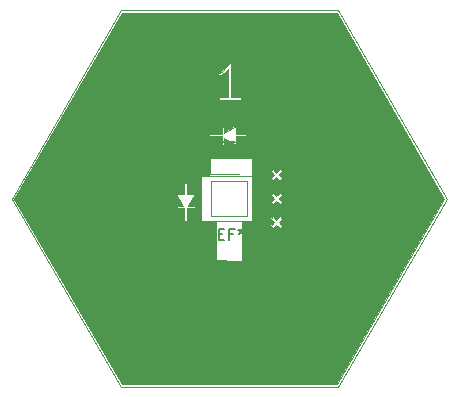
<source format=gbr>
%TF.GenerationSoftware,KiCad,Pcbnew,(6.0.8-1)-1*%
%TF.CreationDate,2022-11-15T12:33:47-05:00*%
%TF.ProjectId,Untitled,556e7469-746c-4656-942e-6b696361645f,rev?*%
%TF.SameCoordinates,Original*%
%TF.FileFunction,Legend,Top*%
%TF.FilePolarity,Positive*%
%FSLAX46Y46*%
G04 Gerber Fmt 4.6, Leading zero omitted, Abs format (unit mm)*
G04 Created by KiCad (PCBNEW (6.0.8-1)-1) date 2022-11-15 12:33:47*
%MOMM*%
%LPD*%
G01*
G04 APERTURE LIST*
%ADD10C,0.050000*%
%ADD11C,0.150000*%
%ADD12C,0.080000*%
%ADD13C,0.120000*%
G04 APERTURE END LIST*
D10*
G36*
X105650000Y-45960000D02*
G01*
X105650000Y-49750000D01*
X105900000Y-50000000D01*
X101300000Y-50000000D01*
X101300000Y-49500000D01*
X102850000Y-49500000D01*
X102850000Y-49700000D01*
X104750000Y-49700000D01*
X104750000Y-49450000D01*
X103900000Y-49450000D01*
X103900000Y-46500000D01*
X103700000Y-46500000D01*
X103600000Y-46700000D01*
X103425000Y-46975000D01*
X103175000Y-47225000D01*
X102800000Y-47425000D01*
X102875000Y-47600000D01*
X103275000Y-47400000D01*
X103575000Y-47100000D01*
X103650000Y-47000000D01*
X103650000Y-49450000D01*
X101300000Y-49450000D01*
X101315000Y-45910000D01*
X105650000Y-45960000D01*
G37*
X105650000Y-45960000D02*
X105650000Y-49750000D01*
X105900000Y-50000000D01*
X101300000Y-50000000D01*
X101300000Y-49500000D01*
X102850000Y-49500000D01*
X102850000Y-49700000D01*
X104750000Y-49700000D01*
X104750000Y-49450000D01*
X103900000Y-49450000D01*
X103900000Y-46500000D01*
X103700000Y-46500000D01*
X103600000Y-46700000D01*
X103425000Y-46975000D01*
X103175000Y-47225000D01*
X102800000Y-47425000D01*
X102875000Y-47600000D01*
X103275000Y-47400000D01*
X103575000Y-47100000D01*
X103650000Y-47000000D01*
X103650000Y-49450000D01*
X101300000Y-49450000D01*
X101315000Y-45910000D01*
X105650000Y-45960000D01*
D11*
%TO.C,REF\u002A\u002A*%
X102406666Y-54222380D02*
X102073333Y-53746190D01*
X101835238Y-54222380D02*
X101835238Y-53222380D01*
X102216190Y-53222380D01*
X102311428Y-53270000D01*
X102359047Y-53317619D01*
X102406666Y-53412857D01*
X102406666Y-53555714D01*
X102359047Y-53650952D01*
X102311428Y-53698571D01*
X102216190Y-53746190D01*
X101835238Y-53746190D01*
X102835238Y-53698571D02*
X103168571Y-53698571D01*
X103311428Y-54222380D02*
X102835238Y-54222380D01*
X102835238Y-53222380D01*
X103311428Y-53222380D01*
X104073333Y-53698571D02*
X103740000Y-53698571D01*
X103740000Y-54222380D02*
X103740000Y-53222380D01*
X104216190Y-53222380D01*
X104740000Y-53222380D02*
X104740000Y-53460476D01*
X104501904Y-53365238D02*
X104740000Y-53460476D01*
X104978095Y-53365238D01*
X104597142Y-53650952D02*
X104740000Y-53460476D01*
X104882857Y-53650952D01*
X105501904Y-53222380D02*
X105501904Y-53460476D01*
X105263809Y-53365238D02*
X105501904Y-53460476D01*
X105740000Y-53365238D01*
X105359047Y-53650952D02*
X105501904Y-53460476D01*
X105644761Y-53650952D01*
%TO.C,*%
%TO.C,REF\u002A\u002A*%
X102406666Y-61552380D02*
X102073333Y-61076190D01*
X101835238Y-61552380D02*
X101835238Y-60552380D01*
X102216190Y-60552380D01*
X102311428Y-60600000D01*
X102359047Y-60647619D01*
X102406666Y-60742857D01*
X102406666Y-60885714D01*
X102359047Y-60980952D01*
X102311428Y-61028571D01*
X102216190Y-61076190D01*
X101835238Y-61076190D01*
X102835238Y-61028571D02*
X103168571Y-61028571D01*
X103311428Y-61552380D02*
X102835238Y-61552380D01*
X102835238Y-60552380D01*
X103311428Y-60552380D01*
X104073333Y-61028571D02*
X103740000Y-61028571D01*
X103740000Y-61552380D02*
X103740000Y-60552380D01*
X104216190Y-60552380D01*
X104740000Y-60552380D02*
X104740000Y-60790476D01*
X104501904Y-60695238D02*
X104740000Y-60790476D01*
X104978095Y-60695238D01*
X104597142Y-60980952D02*
X104740000Y-60790476D01*
X104882857Y-60980952D01*
X105501904Y-60552380D02*
X105501904Y-60790476D01*
X105263809Y-60695238D02*
X105501904Y-60790476D01*
X105740000Y-60695238D01*
X105359047Y-60980952D02*
X105501904Y-60790476D01*
X105644761Y-60980952D01*
%TO.C,*%
%TO.C,REF\u002A\u002A*%
G36*
X106300000Y-52725000D02*
G01*
X105200000Y-52700000D01*
X105200000Y-52550000D01*
X104300000Y-52550000D01*
X104300000Y-51850000D01*
X103300000Y-52450000D01*
X103300000Y-51950000D01*
X103100000Y-51950000D01*
X103100000Y-52550000D01*
X102000000Y-52550000D01*
X102000000Y-52750000D01*
X103100000Y-52750000D01*
X103100000Y-53450000D01*
X103300000Y-53450000D01*
X103300000Y-52850000D01*
X104300000Y-53450000D01*
X104300000Y-52750000D01*
X106300000Y-52750000D01*
X106300000Y-54550000D01*
X101900000Y-54550000D01*
X101900000Y-50650000D01*
X106300000Y-50650000D01*
X106300000Y-52725000D01*
G37*
D12*
X106300000Y-52725000D02*
X105200000Y-52700000D01*
X105200000Y-52550000D01*
X104300000Y-52550000D01*
X104300000Y-51850000D01*
X103300000Y-52450000D01*
X103300000Y-51950000D01*
X103100000Y-51950000D01*
X103100000Y-52550000D01*
X102000000Y-52550000D01*
X102000000Y-52750000D01*
X103100000Y-52750000D01*
X103100000Y-53450000D01*
X103300000Y-53450000D01*
X103300000Y-52850000D01*
X104300000Y-53450000D01*
X104300000Y-52750000D01*
X106300000Y-52750000D01*
X106300000Y-54550000D01*
X101900000Y-54550000D01*
X101900000Y-50650000D01*
X106300000Y-50650000D01*
X106300000Y-52725000D01*
D13*
X102080000Y-54465000D02*
X102080000Y-55935000D01*
X104540000Y-54465000D02*
X102080000Y-54465000D01*
X102080000Y-55935000D02*
X104540000Y-55935000D01*
X85320000Y-58010000D02*
X94540000Y-42070000D01*
X112940000Y-73950000D02*
X122160000Y-58010000D01*
X105665000Y-56085000D02*
X101315000Y-56085000D01*
X101315000Y-59935000D02*
X101315000Y-56085000D01*
X101315000Y-59935000D02*
X105665000Y-59935000D01*
X122160000Y-58010000D02*
X112940000Y-42070000D01*
X105665000Y-56085000D02*
X105665000Y-59935000D01*
X94540000Y-42070000D02*
X112940000Y-42070000D01*
X94540000Y-73950000D02*
X85320000Y-58010000D01*
X94540000Y-73950000D02*
X112940000Y-73950000D01*
X102240000Y-56510000D02*
X105240000Y-56510000D01*
X105240000Y-56510000D02*
X105240000Y-59510000D01*
X105240000Y-59510000D02*
X102240000Y-59510000D01*
X102240000Y-59510000D02*
X102240000Y-56510000D01*
X108340000Y-50710000D02*
X105690000Y-50710000D01*
X105690000Y-50710000D02*
X105690000Y-55410000D01*
X105690000Y-55410000D02*
X108340000Y-55410000D01*
X108340000Y-55410000D02*
X108340000Y-50710000D01*
G36*
X108340000Y-50710000D02*
G01*
X105690000Y-50710000D01*
X105690000Y-55410000D01*
X108340000Y-55410000D01*
X108340000Y-50710000D01*
G37*
X108340000Y-58610000D02*
X107115000Y-58610000D01*
X107115000Y-58610000D02*
X107115000Y-59410000D01*
X107115000Y-59410000D02*
X108340000Y-59410000D01*
X108340000Y-59410000D02*
X108340000Y-58610000D01*
G36*
X108340000Y-58610000D02*
G01*
X107115000Y-58610000D01*
X107115000Y-59410000D01*
X108340000Y-59410000D01*
X108340000Y-58610000D01*
G37*
X104840000Y-60010000D02*
X105690000Y-60010000D01*
X105690000Y-60010000D02*
X105690000Y-60585000D01*
X105690000Y-60585000D02*
X104840000Y-60585000D01*
X104840000Y-60585000D02*
X104840000Y-60010000D01*
G36*
X104840000Y-60010000D02*
G01*
X105690000Y-60010000D01*
X105690000Y-60585000D01*
X104840000Y-60585000D01*
X104840000Y-60010000D01*
G37*
X102040000Y-56010000D02*
X101315000Y-56010000D01*
X101315000Y-56010000D02*
X101315000Y-50710000D01*
X101315000Y-50710000D02*
X102040000Y-50710000D01*
X102040000Y-50710000D02*
X102040000Y-56010000D01*
G36*
X102040000Y-56010000D02*
G01*
X101315000Y-56010000D01*
X101315000Y-50710000D01*
X102040000Y-50710000D01*
X102040000Y-56010000D01*
G37*
X107115000Y-60585000D02*
X105690000Y-60585000D01*
X105690000Y-60585000D02*
X105690000Y-55410000D01*
X105690000Y-55410000D02*
X107115000Y-55410000D01*
X107115000Y-55410000D02*
X107115000Y-60585000D01*
G36*
X107115000Y-60585000D02*
G01*
X105690000Y-60585000D01*
X105690000Y-55410000D01*
X107115000Y-55410000D01*
X107115000Y-60585000D01*
G37*
X104840000Y-63535000D02*
X108340000Y-63535000D01*
X108340000Y-63535000D02*
X108340000Y-60585000D01*
X108340000Y-60585000D02*
X104840000Y-60585000D01*
X104840000Y-60585000D02*
X104840000Y-63535000D01*
G36*
X104840000Y-63535000D02*
G01*
X108340000Y-63535000D01*
X108340000Y-60585000D01*
X104840000Y-60585000D01*
X104840000Y-63535000D01*
G37*
X98765000Y-59985000D02*
X102640000Y-59985000D01*
X102640000Y-59985000D02*
X102640000Y-63335000D01*
X102640000Y-63335000D02*
X98765000Y-63335000D01*
X98765000Y-63335000D02*
X98765000Y-59985000D01*
G36*
X98765000Y-59985000D02*
G01*
X102640000Y-59985000D01*
X102640000Y-63335000D01*
X98765000Y-63335000D01*
X98765000Y-59985000D01*
G37*
X101315000Y-49910000D02*
X108340000Y-49910000D01*
X108340000Y-49910000D02*
X108340000Y-50710000D01*
X108340000Y-50710000D02*
X101315000Y-50710000D01*
X101315000Y-50710000D02*
X101315000Y-49910000D01*
G36*
X101315000Y-49910000D02*
G01*
X108340000Y-49910000D01*
X108340000Y-50710000D01*
X101315000Y-50710000D01*
X101315000Y-49910000D01*
G37*
X101315000Y-56085000D02*
X98740000Y-56085000D01*
X98740000Y-56085000D02*
X98740000Y-45910000D01*
X98740000Y-45910000D02*
X101315000Y-45910000D01*
X101315000Y-45910000D02*
X101315000Y-56085000D01*
G36*
X101315000Y-56085000D02*
G01*
X98740000Y-56085000D01*
X98740000Y-45910000D01*
X101315000Y-45910000D01*
X101315000Y-56085000D01*
G37*
X108340000Y-57385000D02*
X107115000Y-57385000D01*
X107115000Y-57385000D02*
X107115000Y-56610000D01*
X107115000Y-56610000D02*
X108340000Y-56610000D01*
X108340000Y-56610000D02*
X108340000Y-57385000D01*
G36*
X108340000Y-57385000D02*
G01*
X107115000Y-57385000D01*
X107115000Y-56610000D01*
X108340000Y-56610000D01*
X108340000Y-57385000D01*
G37*
G36*
X103640000Y-45910000D02*
G01*
X98740000Y-46110000D01*
X98765000Y-63210000D01*
X108340000Y-63310000D01*
X108340000Y-49910000D01*
X105640000Y-49885000D01*
X105640000Y-45910000D01*
X103740000Y-45910000D01*
X103740000Y-42310000D01*
X112840000Y-42310000D01*
X121940000Y-58010000D01*
X112840000Y-73710000D01*
X94640000Y-73710000D01*
X85540000Y-58010000D01*
X94640000Y-42310000D01*
X103640000Y-42310000D01*
X103640000Y-45910000D01*
G37*
X103640000Y-45910000D02*
X98740000Y-46110000D01*
X98765000Y-63210000D01*
X108340000Y-63310000D01*
X108340000Y-49910000D01*
X105640000Y-49885000D01*
X105640000Y-45910000D01*
X103740000Y-45910000D01*
X103740000Y-42310000D01*
X112840000Y-42310000D01*
X121940000Y-58010000D01*
X112840000Y-73710000D01*
X94640000Y-73710000D01*
X85540000Y-58010000D01*
X94640000Y-42310000D01*
X103640000Y-42310000D01*
X103640000Y-45910000D01*
G36*
X108340000Y-56610000D02*
G01*
X107440000Y-56610000D01*
X107440000Y-56510000D01*
X107740000Y-56210000D01*
X108040000Y-56510000D01*
X108240000Y-56310000D01*
X107940000Y-56010000D01*
X108240000Y-55710000D01*
X108040000Y-55510000D01*
X107740000Y-55810000D01*
X107440000Y-55510000D01*
X107240000Y-55710000D01*
X107540000Y-56010000D01*
X107240000Y-56310000D01*
X107390000Y-56460000D01*
X107415000Y-56610000D01*
X107140000Y-56610000D01*
X107140000Y-55410000D01*
X108340000Y-55410000D01*
X108340000Y-56610000D01*
G37*
X108340000Y-56610000D02*
X107440000Y-56610000D01*
X107440000Y-56510000D01*
X107740000Y-56210000D01*
X108040000Y-56510000D01*
X108240000Y-56310000D01*
X107940000Y-56010000D01*
X108240000Y-55710000D01*
X108040000Y-55510000D01*
X107740000Y-55810000D01*
X107440000Y-55510000D01*
X107240000Y-55710000D01*
X107540000Y-56010000D01*
X107240000Y-56310000D01*
X107390000Y-56460000D01*
X107415000Y-56610000D01*
X107140000Y-56610000D01*
X107140000Y-55410000D01*
X108340000Y-55410000D01*
X108340000Y-56610000D01*
G36*
X101315000Y-60010000D02*
G01*
X98740000Y-60010000D01*
X98740000Y-56110000D01*
X100090000Y-56110000D01*
X100090000Y-56710000D01*
X99940000Y-56710000D01*
X99940000Y-57610000D01*
X99240000Y-57610000D01*
X99840000Y-58610000D01*
X99340000Y-58610000D01*
X99340000Y-58810000D01*
X99940000Y-58810000D01*
X99940000Y-59910000D01*
X100140000Y-59910000D01*
X100140000Y-58810000D01*
X100840000Y-58810000D01*
X100840000Y-58610000D01*
X100240000Y-58610000D01*
X100840000Y-57610000D01*
X100140000Y-57610000D01*
X100140000Y-56085000D01*
X101315000Y-56085000D01*
X101315000Y-60010000D01*
G37*
D12*
X101315000Y-60010000D02*
X98740000Y-60010000D01*
X98740000Y-56110000D01*
X100090000Y-56110000D01*
X100090000Y-56710000D01*
X99940000Y-56710000D01*
X99940000Y-57610000D01*
X99240000Y-57610000D01*
X99840000Y-58610000D01*
X99340000Y-58610000D01*
X99340000Y-58810000D01*
X99940000Y-58810000D01*
X99940000Y-59910000D01*
X100140000Y-59910000D01*
X100140000Y-58810000D01*
X100840000Y-58810000D01*
X100840000Y-58610000D01*
X100240000Y-58610000D01*
X100840000Y-57610000D01*
X100140000Y-57610000D01*
X100140000Y-56085000D01*
X101315000Y-56085000D01*
X101315000Y-60010000D01*
G36*
X108340000Y-58610000D02*
G01*
X107440000Y-58610000D01*
X107440000Y-58510000D01*
X107740000Y-58210000D01*
X108040000Y-58510000D01*
X108240000Y-58310000D01*
X107940000Y-58010000D01*
X108240000Y-57710000D01*
X108040000Y-57510000D01*
X107740000Y-57810000D01*
X107440000Y-57510000D01*
X107240000Y-57710000D01*
X107540000Y-58010000D01*
X107240000Y-58310000D01*
X107390000Y-58460000D01*
X107415000Y-58610000D01*
X107140000Y-58610000D01*
X107140000Y-57410000D01*
X108340000Y-57410000D01*
X108340000Y-58610000D01*
G37*
D13*
X108340000Y-58610000D02*
X107440000Y-58610000D01*
X107440000Y-58510000D01*
X107740000Y-58210000D01*
X108040000Y-58510000D01*
X108240000Y-58310000D01*
X107940000Y-58010000D01*
X108240000Y-57710000D01*
X108040000Y-57510000D01*
X107740000Y-57810000D01*
X107440000Y-57510000D01*
X107240000Y-57710000D01*
X107540000Y-58010000D01*
X107240000Y-58310000D01*
X107390000Y-58460000D01*
X107415000Y-58610000D01*
X107140000Y-58610000D01*
X107140000Y-57410000D01*
X108340000Y-57410000D01*
X108340000Y-58610000D01*
G36*
X108340000Y-60610000D02*
G01*
X107440000Y-60610000D01*
X107440000Y-60510000D01*
X107740000Y-60210000D01*
X108040000Y-60510000D01*
X108240000Y-60310000D01*
X107940000Y-60010000D01*
X108240000Y-59710000D01*
X108040000Y-59510000D01*
X107740000Y-59810000D01*
X107440000Y-59510000D01*
X107240000Y-59710000D01*
X107540000Y-60010000D01*
X107240000Y-60310000D01*
X107390000Y-60460000D01*
X107415000Y-60610000D01*
X107140000Y-60610000D01*
X107140000Y-59410000D01*
X108340000Y-59410000D01*
X108340000Y-60610000D01*
G37*
X108340000Y-60610000D02*
X107440000Y-60610000D01*
X107440000Y-60510000D01*
X107740000Y-60210000D01*
X108040000Y-60510000D01*
X108240000Y-60310000D01*
X107940000Y-60010000D01*
X108240000Y-59710000D01*
X108040000Y-59510000D01*
X107740000Y-59810000D01*
X107440000Y-59510000D01*
X107240000Y-59710000D01*
X107540000Y-60010000D01*
X107240000Y-60310000D01*
X107390000Y-60460000D01*
X107415000Y-60610000D01*
X107140000Y-60610000D01*
X107140000Y-59410000D01*
X108340000Y-59410000D01*
X108340000Y-60610000D01*
%TD*%
M02*

</source>
